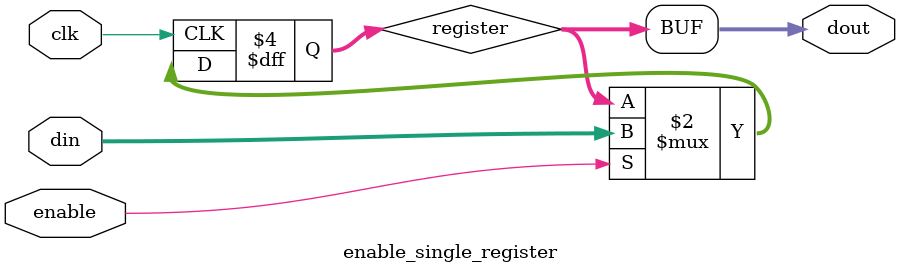
<source format=v>
module enable_single_register (clk,din,dout,enable);
    input         clk;
    input [31:0]  din;
    input         enable;
    output [31:0] dout;
    
    reg [31:0]    register;
    
    assign dout = register;
    
    always @( posedge clk)
       if(enable)
          register <= din;
endmodule
</source>
